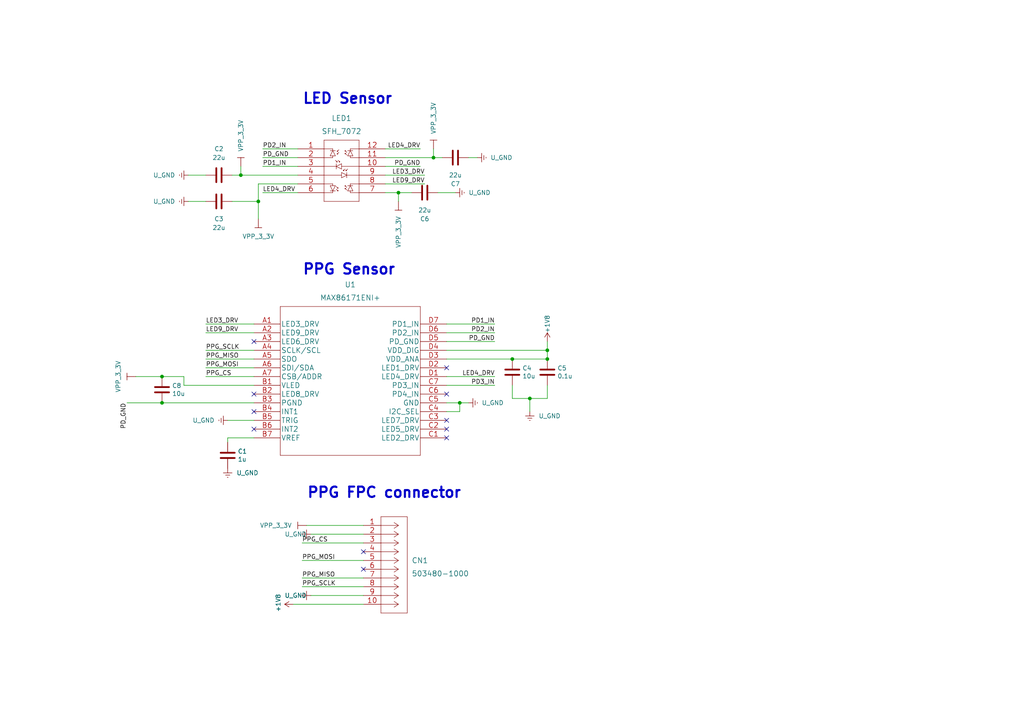
<source format=kicad_sch>
(kicad_sch (version 20211123) (generator eeschema)
  (paper "A4")
  (lib_symbols
    (symbol "Device:C" (pin_numbers hide) (pin_names (offset 0.254))
      (property "Reference" "C" (at 0.635 2.54 0))
      (property "Value" "C" (at 0.635 -2.54 0))
      (symbol "C_0_1"
        (polyline (pts (xy -2.032 -0.762) (xy 2.032 -0.762)) (stroke (width 0.508)))
        (polyline (pts (xy -2.032 0.762) (xy 2.032 0.762)) (stroke (width 0.508)))
      )
      (symbol "C_1_1"
        (pin passive line (at 0 3.81 270) (length 2.794) (name "~") (number "1"))
        (pin passive line (at 0 -3.81 90) (length 2.794) (name "~") (number "2"))
      )
    )
    (symbol "User_library:503480-1000" (pin_names (offset 0.254) hide)
      (property "Reference" "CN" (at 7.62 5.08 0))
      (property "Value" "503480-1000" (at 8.89 -27.94 0))
      (symbol "503480-1000_1_1"
        (polyline (pts (xy 5.08 -25.4) (xy 12.7 -25.4)) (stroke (width 0.127)))
        (polyline (pts (xy 5.08 2.54) (xy 5.08 -25.4)) (stroke (width 0.127)))
        (polyline (pts (xy 10.16 -22.86) (xy 5.08 -22.86)) (stroke (width 0.127)))
        (polyline (pts (xy 10.16 -22.86) (xy 8.89 -23.6982)) (stroke (width 0.127)))
        (polyline (pts (xy 10.16 -22.86) (xy 8.89 -22.0218)) (stroke (width 0.127)))
        (polyline (pts (xy 10.16 -20.32) (xy 5.08 -20.32)) (stroke (width 0.127)))
        (polyline (pts (xy 10.16 -20.32) (xy 8.89 -21.1582)) (stroke (width 0.127)))
        (polyline (pts (xy 10.16 -20.32) (xy 8.89 -19.4818)) (stroke (width 0.127)))
        (polyline (pts (xy 10.16 -17.78) (xy 5.08 -17.78)) (stroke (width 0.127)))
        (polyline (pts (xy 10.16 -17.78) (xy 8.89 -18.6182)) (stroke (width 0.127)))
        (polyline (pts (xy 10.16 -17.78) (xy 8.89 -16.9418)) (stroke (width 0.127)))
        (polyline (pts (xy 10.16 -15.24) (xy 5.08 -15.24)) (stroke (width 0.127)))
        (polyline (pts (xy 10.16 -15.24) (xy 8.89 -16.0782)) (stroke (width 0.127)))
        (polyline (pts (xy 10.16 -15.24) (xy 8.89 -14.4018)) (stroke (width 0.127)))
        (polyline (pts (xy 10.16 -12.7) (xy 5.08 -12.7)) (stroke (width 0.127)))
        (polyline (pts (xy 10.16 -12.7) (xy 8.89 -13.5382)) (stroke (width 0.127)))
        (polyline (pts (xy 10.16 -12.7) (xy 8.89 -11.8618)) (stroke (width 0.127)))
        (polyline (pts (xy 10.16 -10.16) (xy 5.08 -10.16)) (stroke (width 0.127)))
        (polyline (pts (xy 10.16 -10.16) (xy 8.89 -10.9982)) (stroke (width 0.127)))
        (polyline (pts (xy 10.16 -10.16) (xy 8.89 -9.3218)) (stroke (width 0.127)))
        (polyline (pts (xy 10.16 -7.62) (xy 5.08 -7.62)) (stroke (width 0.127)))
        (polyline (pts (xy 10.16 -7.62) (xy 8.89 -8.4582)) (stroke (width 0.127)))
        (polyline (pts (xy 10.16 -7.62) (xy 8.89 -6.7818)) (stroke (width 0.127)))
        (polyline (pts (xy 10.16 -5.08) (xy 5.08 -5.08)) (stroke (width 0.127)))
        (polyline (pts (xy 10.16 -5.08) (xy 8.89 -5.9182)) (stroke (width 0.127)))
        (polyline (pts (xy 10.16 -5.08) (xy 8.89 -4.2418)) (stroke (width 0.127)))
        (polyline (pts (xy 10.16 -2.54) (xy 5.08 -2.54)) (stroke (width 0.127)))
        (polyline (pts (xy 10.16 -2.54) (xy 8.89 -3.3782)) (stroke (width 0.127)))
        (polyline (pts (xy 10.16 -2.54) (xy 8.89 -1.7018)) (stroke (width 0.127)))
        (polyline (pts (xy 10.16 0) (xy 5.08 0)) (stroke (width 0.127)))
        (polyline (pts (xy 10.16 0) (xy 8.89 -0.8382)) (stroke (width 0.127)))
        (polyline (pts (xy 10.16 0) (xy 8.89 0.8382)) (stroke (width 0.127)))
        (polyline (pts (xy 12.7 -25.4) (xy 12.7 2.54)) (stroke (width 0.127)))
        (polyline (pts (xy 12.7 2.54) (xy 5.08 2.54)) (stroke (width 0.127)))
        (pin bidirectional line (at 0 0 0) (length 5.08) (name "1") (number "1"))
        (pin bidirectional line (at 0 -22.86 0) (length 5.08) (name "10") (number "10"))
        (pin bidirectional line (at 0 -2.54 0) (length 5.08) (name "2") (number "2"))
        (pin bidirectional line (at 0 -5.08 0) (length 5.08) (name "3") (number "3"))
        (pin bidirectional line (at 0 -7.62 0) (length 5.08) (name "4") (number "4"))
        (pin bidirectional line (at 0 -10.16 0) (length 5.08) (name "5") (number "5"))
        (pin bidirectional line (at 0 -12.7 0) (length 5.08) (name "6") (number "6"))
        (pin bidirectional line (at 0 -15.24 0) (length 5.08) (name "7") (number "7"))
        (pin bidirectional line (at 0 -17.78 0) (length 5.08) (name "8") (number "8"))
        (pin bidirectional line (at 0 -20.32 0) (length 5.08) (name "9") (number "9"))
      )
    )
    (symbol "User_library:MAX86171ENI+" (pin_names (offset 0.254))
      (property "Reference" "U" (at 27.94 10.16 0))
      (property "Value" "MAX86171ENI+" (at 27.94 7.62 0))
      (symbol "MAX86171ENI+_1_1"
        (polyline (pts (xy 7.62 -38.1) (xy 48.26 -38.1)) (stroke (width 0.127)))
        (polyline (pts (xy 7.62 5.08) (xy 7.62 -38.1)) (stroke (width 0.127)))
        (polyline (pts (xy 48.26 -38.1) (xy 48.26 5.08)) (stroke (width 0.127)))
        (polyline (pts (xy 48.26 5.08) (xy 7.62 5.08)) (stroke (width 0.127)))
        (pin output line (at 0 0 0) (length 7.62) (name "LED3_DRV") (number "A1"))
        (pin output line (at 0 -2.54 0) (length 7.62) (name "LED9_DRV") (number "A2"))
        (pin output line (at 0 -5.08 0) (length 7.62) (name "LED6_DRV") (number "A3"))
        (pin unspecified line (at 0 -7.62 0) (length 7.62) (name "SCLK/SCL") (number "A4"))
        (pin output line (at 0 -10.16 0) (length 7.62) (name "SDO") (number "A5"))
        (pin input line (at 0 -12.7 0) (length 7.62) (name "SDI/SDA") (number "A6"))
        (pin input line (at 0 -15.24 0) (length 7.62) (name "CSB/ADDR") (number "A7"))
        (pin input line (at 0 -17.78 0) (length 7.62) (name "VLED") (number "B1"))
        (pin output line (at 0 -20.32 0) (length 7.62) (name "LED8_DRV") (number "B2"))
        (pin power_in line (at 0 -22.86 0) (length 7.62) (name "PGND") (number "B3"))
        (pin output line (at 0 -25.4 0) (length 7.62) (name "INT1") (number "B4"))
        (pin input line (at 0 -27.94 0) (length 7.62) (name "TRIG") (number "B5"))
        (pin output line (at 0 -30.48 0) (length 7.62) (name "INT2") (number "B6"))
        (pin unspecified line (at 0 -33.02 0) (length 7.62) (name "VREF") (number "B7"))
        (pin output line (at 55.88 -33.02 180) (length 7.62) (name "LED2_DRV") (number "C1"))
        (pin output line (at 55.88 -30.48 180) (length 7.62) (name "LED5_DRV") (number "C2"))
        (pin output line (at 55.88 -27.94 180) (length 7.62) (name "LED7_DRV") (number "C3"))
        (pin input line (at 55.88 -25.4 180) (length 7.62) (name "I2C_SEL") (number "C4"))
        (pin power_in line (at 55.88 -22.86 180) (length 7.62) (name "GND") (number "C5"))
        (pin input line (at 55.88 -20.32 180) (length 7.62) (name "PD4_IN") (number "C6"))
        (pin input line (at 55.88 -17.78 180) (length 7.62) (name "PD3_IN") (number "C7"))
        (pin output line (at 55.88 -15.24 180) (length 7.62) (name "LED4_DRV") (number "D1"))
        (pin output line (at 55.88 -12.7 180) (length 7.62) (name "LED1_DRV") (number "D2"))
        (pin power_in line (at 55.88 -10.16 180) (length 7.62) (name "VDD_ANA") (number "D3"))
        (pin power_in line (at 55.88 -7.62 180) (length 7.62) (name "VDD_DIG") (number "D4"))
        (pin unspecified line (at 55.88 -5.08 180) (length 7.62) (name "PD_GND") (number "D5"))
        (pin input line (at 55.88 -2.54 180) (length 7.62) (name "PD2_IN") (number "D6"))
        (pin input line (at 55.88 0 180) (length 7.62) (name "PD1_IN") (number "D7"))
      )
    )
    (symbol "User_library:SFH_7072" (pin_names (offset 0.254) hide)
      (property "Reference" "LED" (at 12.7 7.62 0))
      (property "Value" "SFH_7072" (at 12.7 5.08 0))
      (symbol "SFH_7072_1_1"
        (polyline (pts (xy 7.62 -15.24) (xy 17.78 -15.24)) (stroke (width 0.127)))
        (polyline (pts (xy 7.62 -10.16) (xy 10.16 -10.16)) (stroke (width 0.127)))
        (polyline (pts (xy 7.62 -2.54) (xy 10.16 -2.54)) (stroke (width 0.127)))
        (polyline (pts (xy 7.62 2.54) (xy 7.62 -15.24)) (stroke (width 0.127)))
        (polyline (pts (xy 9.398 -12.192) (xy 10.922 -12.192)) (stroke (width 0.127)))
        (polyline (pts (xy 9.398 -10.668) (xy 10.922 -10.668)) (stroke (width 0.127)))
        (polyline (pts (xy 9.398 -2.032) (xy 10.922 -2.032)) (stroke (width 0.127)))
        (polyline (pts (xy 9.398 -0.508) (xy 10.922 -0.508)) (stroke (width 0.127)))
        (polyline (pts (xy 10.16 -12.7) (xy 7.62 -12.7)) (stroke (width 0.127)))
        (polyline (pts (xy 10.16 -12.192) (xy 9.398 -10.668)) (stroke (width 0.127)))
        (polyline (pts (xy 10.16 -12.192) (xy 10.16 -12.7)) (stroke (width 0.127)))
        (polyline (pts (xy 10.16 -10.668) (xy 10.16 -10.16)) (stroke (width 0.127)))
        (polyline (pts (xy 10.16 -2.032) (xy 10.16 -2.54)) (stroke (width 0.127)))
        (polyline (pts (xy 10.16 -0.508) (xy 9.398 -2.032)) (stroke (width 0.127)))
        (polyline (pts (xy 10.16 -0.508) (xy 10.16 0)) (stroke (width 0.127)))
        (polyline (pts (xy 10.16 0) (xy 7.62 0)) (stroke (width 0.127)))
        (polyline (pts (xy 10.922 -10.668) (xy 10.16 -12.192)) (stroke (width 0.127)))
        (polyline (pts (xy 10.922 -3.302) (xy 11.43 -3.81)) (stroke (width 0.127)))
        (polyline (pts (xy 10.922 -2.032) (xy 10.16 -0.508)) (stroke (width 0.127)))
        (polyline (pts (xy 11.176 -10.922) (xy 11.684 -11.43)) (stroke (width 0.127)))
        (polyline (pts (xy 11.176 -5.842) (xy 11.176 -4.318)) (stroke (width 0.127)))
        (polyline (pts (xy 11.176 -5.08) (xy 7.62 -5.08)) (stroke (width 0.127)))
        (polyline (pts (xy 11.176 -5.08) (xy 12.7 -5.842)) (stroke (width 0.127)))
        (polyline (pts (xy 11.43 -3.81) (xy 11.176 -3.81)) (stroke (width 0.127)))
        (polyline (pts (xy 11.43 -3.81) (xy 11.43 -3.556)) (stroke (width 0.127)))
        (polyline (pts (xy 11.43 -1.524) (xy 11.684 -1.524)) (stroke (width 0.127)))
        (polyline (pts (xy 11.43 -1.524) (xy 11.938 -1.016)) (stroke (width 0.127)))
        (polyline (pts (xy 11.43 -1.27) (xy 11.43 -1.524)) (stroke (width 0.127)))
        (polyline (pts (xy 11.43 -0.762) (xy 11.43 -0.508)) (stroke (width 0.127)))
        (polyline (pts (xy 11.43 -0.762) (xy 11.684 -0.762)) (stroke (width 0.127)))
        (polyline (pts (xy 11.684 -12.192) (xy 11.176 -11.684)) (stroke (width 0.127)))
        (polyline (pts (xy 11.684 -12.192) (xy 11.43 -12.192)) (stroke (width 0.127)))
        (polyline (pts (xy 11.684 -11.938) (xy 11.684 -12.192)) (stroke (width 0.127)))
        (polyline (pts (xy 11.684 -11.43) (xy 11.43 -11.43)) (stroke (width 0.127)))
        (polyline (pts (xy 11.684 -11.43) (xy 11.684 -11.176)) (stroke (width 0.127)))
        (polyline (pts (xy 11.938 -3.81) (xy 12.192 -3.81)) (stroke (width 0.127)))
        (polyline (pts (xy 11.938 -0.254) (xy 11.43 -0.762)) (stroke (width 0.127)))
        (polyline (pts (xy 12.192 -3.81) (xy 11.684 -3.302)) (stroke (width 0.127)))
        (polyline (pts (xy 12.192 -3.81) (xy 12.192 -3.556)) (stroke (width 0.127)))
        (polyline (pts (xy 12.7 -8.382) (xy 12.7 -6.858)) (stroke (width 0.127)))
        (polyline (pts (xy 12.7 -7.62) (xy 7.62 -7.62)) (stroke (width 0.127)))
        (polyline (pts (xy 12.7 -6.858) (xy 14.224 -7.62)) (stroke (width 0.127)))
        (polyline (pts (xy 12.7 -5.842) (xy 12.7 -4.318)) (stroke (width 0.127)))
        (polyline (pts (xy 12.7 -5.08) (xy 17.78 -5.08)) (stroke (width 0.127)))
        (polyline (pts (xy 12.7 -4.318) (xy 11.176 -5.08)) (stroke (width 0.127)))
        (polyline (pts (xy 13.208 -6.35) (xy 13.208 -6.096)) (stroke (width 0.127)))
        (polyline (pts (xy 13.208 -6.35) (xy 13.716 -5.842)) (stroke (width 0.127)))
        (polyline (pts (xy 13.462 -6.35) (xy 13.208 -6.35)) (stroke (width 0.127)))
        (polyline (pts (xy 13.716 -11.43) (xy 13.716 -11.684)) (stroke (width 0.127)))
        (polyline (pts (xy 13.716 -11.43) (xy 13.97 -11.43)) (stroke (width 0.127)))
        (polyline (pts (xy 13.716 -10.922) (xy 13.716 -10.668)) (stroke (width 0.127)))
        (polyline (pts (xy 13.716 -10.668) (xy 13.97 -10.668)) (stroke (width 0.127)))
        (polyline (pts (xy 13.716 -10.668) (xy 14.224 -11.176)) (stroke (width 0.127)))
        (polyline (pts (xy 13.716 -1.27) (xy 13.716 -1.524)) (stroke (width 0.127)))
        (polyline (pts (xy 13.716 -1.27) (xy 13.97 -1.27)) (stroke (width 0.127)))
        (polyline (pts (xy 13.716 -0.762) (xy 13.716 -0.508)) (stroke (width 0.127)))
        (polyline (pts (xy 13.716 -0.508) (xy 13.97 -0.508)) (stroke (width 0.127)))
        (polyline (pts (xy 13.716 -0.508) (xy 14.224 -1.016)) (stroke (width 0.127)))
        (polyline (pts (xy 13.97 -6.35) (xy 13.97 -6.096)) (stroke (width 0.127)))
        (polyline (pts (xy 13.97 -6.35) (xy 14.224 -6.35)) (stroke (width 0.127)))
        (polyline (pts (xy 14.224 -11.938) (xy 13.716 -11.43)) (stroke (width 0.127)))
        (polyline (pts (xy 14.224 -8.382) (xy 14.224 -6.858)) (stroke (width 0.127)))
        (polyline (pts (xy 14.224 -7.62) (xy 12.7 -8.382)) (stroke (width 0.127)))
        (polyline (pts (xy 14.224 -7.62) (xy 17.78 -7.62)) (stroke (width 0.127)))
        (polyline (pts (xy 14.224 -1.778) (xy 13.716 -1.27)) (stroke (width 0.127)))
        (polyline (pts (xy 14.478 -12.192) (xy 15.24 -10.668)) (stroke (width 0.127)))
        (polyline (pts (xy 14.478 -5.842) (xy 13.97 -6.35)) (stroke (width 0.127)))
        (polyline (pts (xy 14.478 -2.032) (xy 15.24 -0.508)) (stroke (width 0.127)))
        (polyline (pts (xy 15.24 -12.192) (xy 15.24 -12.7)) (stroke (width 0.127)))
        (polyline (pts (xy 15.24 -10.668) (xy 15.24 -10.16)) (stroke (width 0.127)))
        (polyline (pts (xy 15.24 -10.668) (xy 16.002 -12.192)) (stroke (width 0.127)))
        (polyline (pts (xy 15.24 -10.16) (xy 17.78 -10.16)) (stroke (width 0.127)))
        (polyline (pts (xy 15.24 -2.032) (xy 15.24 -2.54)) (stroke (width 0.127)))
        (polyline (pts (xy 15.24 -0.508) (xy 15.24 0)) (stroke (width 0.127)))
        (polyline (pts (xy 15.24 -0.508) (xy 16.002 -2.032)) (stroke (width 0.127)))
        (polyline (pts (xy 15.24 0) (xy 17.78 0)) (stroke (width 0.127)))
        (polyline (pts (xy 16.002 -12.192) (xy 14.478 -12.192)) (stroke (width 0.127)))
        (polyline (pts (xy 16.002 -10.668) (xy 14.478 -10.668)) (stroke (width 0.127)))
        (polyline (pts (xy 16.002 -2.032) (xy 14.478 -2.032)) (stroke (width 0.127)))
        (polyline (pts (xy 16.002 -0.508) (xy 14.478 -0.508)) (stroke (width 0.127)))
        (polyline (pts (xy 17.78 -15.24) (xy 17.78 2.54)) (stroke (width 0.127)))
        (polyline (pts (xy 17.78 -12.7) (xy 15.24 -12.7)) (stroke (width 0.127)))
        (polyline (pts (xy 17.78 -2.54) (xy 15.24 -2.54)) (stroke (width 0.127)))
        (polyline (pts (xy 17.78 2.54) (xy 7.62 2.54)) (stroke (width 0.127)))
        (pin unspecified line (at 0 0 0) (length 7.62) (name "1") (number "1"))
        (pin unspecified line (at 25.4 -5.08 180) (length 7.62) (name "10") (number "10"))
        (pin unspecified line (at 25.4 -2.54 180) (length 7.62) (name "11") (number "11"))
        (pin unspecified line (at 25.4 0 180) (length 7.62) (name "12") (number "12"))
        (pin unspecified line (at 0 -2.54 0) (length 7.62) (name "2") (number "2"))
        (pin unspecified line (at 0 -5.08 0) (length 7.62) (name "3") (number "3"))
        (pin unspecified line (at 0 -7.62 0) (length 7.62) (name "4") (number "4"))
        (pin unspecified line (at 0 -10.16 0) (length 7.62) (name "5") (number "5"))
        (pin unspecified line (at 0 -12.7 0) (length 7.62) (name "6") (number "6"))
        (pin unspecified line (at 25.4 -12.7 180) (length 7.62) (name "7") (number "7"))
        (pin unspecified line (at 25.4 -10.16 180) (length 7.62) (name "8") (number "8"))
        (pin unspecified line (at 25.4 -7.62 180) (length 7.62) (name "9") (number "9"))
      )
    )
    (symbol "User_power:GND" (power) (pin_names (offset 0))
      (property "Value" "GND" (at 0 -3.81 0))
      (symbol "GND_0_1"
        (polyline (pts (xy -0.635 -1.905) (xy 0.635 -1.905)))
        (polyline (pts (xy -0.127 -2.54) (xy 0.127 -2.54)))
        (polyline (pts (xy 0 -1.27) (xy 0 0)))
        (polyline (pts (xy 1.27 -1.27) (xy -1.27 -1.27)))
      )
      (symbol "GND_1_1"
        (pin power_in line (at 0 0 270) (length 0) hide (name "U_GND") (number "1"))
      )
    )
    (symbol "User_power:VPP_3.3V" (power) (pin_names (offset 0))
      (property "Value" "User_power_VPP_3.3V" (at 0 3.81 0))
      (symbol "VPP_3.3V_0_1"
        (polyline (pts (xy -1.016 2.54) (xy 0 2.54)))
        (polyline (pts (xy 0 0) (xy 0 2.54)))
        (polyline (pts (xy 0 2.54) (xy 1.016 2.54)))
      )
      (symbol "VPP_3.3V_1_1"
        (pin power_in line (at 0 0 90) (length 0) hide (name "VPP_3_3V") (number "1"))
      )
    )
    (symbol "power:+1V8" (power) (pin_names (offset 0))
      (property "Value" "+1V8" (at 0 3.556 0))
      (symbol "+1V8_0_1"
        (polyline (pts (xy -0.762 1.27) (xy 0 2.54)))
        (polyline (pts (xy 0 0) (xy 0 2.54)))
        (polyline (pts (xy 0 2.54) (xy 0.762 1.27)))
      )
      (symbol "+1V8_1_1"
        (pin power_in line (at 0 0 90) (length 0) hide (name "+1V8") (number "1"))
      )
    )
  )
  (junction (at 74.93 58.42))
  (junction (at 153.67 115.57))
  (junction (at 69.85 50.8))
  (junction (at 133.35 116.84))
  (junction (at 158.75 101.6))
  (junction (at 46.99 109.22))
  (junction (at 148.59 104.14))
  (junction (at 158.75 104.14))
  (junction (at 46.99 116.84))
  (junction (at 115.57 55.88))
  (junction (at 125.73 45.72))
  (no_connect (at 73.66 119.38))
  (no_connect (at 129.54 127))
  (no_connect (at 105.41 165.1))
  (no_connect (at 73.66 99.06))
  (no_connect (at 129.54 106.68))
  (no_connect (at 129.54 114.3))
  (no_connect (at 105.41 160.02))
  (no_connect (at 73.66 124.46))
  (no_connect (at 73.66 114.3))
  (no_connect (at 129.54 124.46))
  (no_connect (at 129.54 121.92))
  (wire (pts (xy 59.69 93.98) (xy 73.66 93.98)))
  (wire (pts (xy 123.19 50.8) (xy 111.76 50.8)))
  (wire (pts (xy 125.73 45.72) (xy 128.27 45.72)))
  (wire (pts (xy 153.67 115.57) (xy 158.75 115.57)))
  (wire (pts (xy 73.66 116.84) (xy 46.99 116.84)))
  (wire (pts (xy 148.59 115.57) (xy 153.67 115.57)))
  (wire (pts (xy 90.17 154.94) (xy 105.41 154.94)))
  (wire (pts (xy 67.31 50.8) (xy 69.85 50.8)))
  (wire (pts (xy 53.34 111.76) (xy 73.66 111.76)))
  (wire (pts (xy 135.89 45.72) (xy 138.43 45.72)))
  (wire (pts (xy 87.63 170.18) (xy 105.41 170.18)))
  (wire (pts (xy 59.69 104.14) (xy 73.66 104.14)))
  (wire (pts (xy 148.59 104.14) (xy 158.75 104.14)))
  (wire (pts (xy 88.9 152.4) (xy 105.41 152.4)))
  (wire (pts (xy 115.57 55.88) (xy 119.38 55.88)))
  (wire (pts (xy 74.93 53.34) (xy 74.93 58.42)))
  (wire (pts (xy 73.66 127) (xy 66.04 127)))
  (wire (pts (xy 133.35 116.84) (xy 135.89 116.84)))
  (wire (pts (xy 87.63 167.64) (xy 105.41 167.64)))
  (wire (pts (xy 66.04 127) (xy 66.04 128.27)))
  (wire (pts (xy 129.54 111.76) (xy 143.51 111.76)))
  (wire (pts (xy 59.69 101.6) (xy 73.66 101.6)))
  (wire (pts (xy 158.75 99.06) (xy 158.75 101.6)))
  (wire (pts (xy 111.76 55.88) (xy 115.57 55.88)))
  (wire (pts (xy 76.2 45.72) (xy 86.36 45.72)))
  (wire (pts (xy 76.2 48.26) (xy 86.36 48.26)))
  (wire (pts (xy 66.04 121.92) (xy 73.66 121.92)))
  (wire (pts (xy 129.54 104.14) (xy 148.59 104.14)))
  (wire (pts (xy 123.19 53.34) (xy 111.76 53.34)))
  (wire (pts (xy 46.99 116.84) (xy 36.83 116.84)))
  (wire (pts (xy 67.31 58.42) (xy 74.93 58.42)))
  (wire (pts (xy 74.93 58.42) (xy 74.93 63.5)))
  (wire (pts (xy 129.54 101.6) (xy 158.75 101.6)))
  (wire (pts (xy 53.34 111.76) (xy 53.34 109.22)))
  (wire (pts (xy 129.54 116.84) (xy 133.35 116.84)))
  (wire (pts (xy 59.69 106.68) (xy 73.66 106.68)))
  (wire (pts (xy 115.57 58.42) (xy 115.57 55.88)))
  (wire (pts (xy 69.85 50.8) (xy 86.36 50.8)))
  (wire (pts (xy 158.75 101.6) (xy 158.75 104.14)))
  (wire (pts (xy 59.69 50.8) (xy 54.61 50.8)))
  (wire (pts (xy 59.69 96.52) (xy 73.66 96.52)))
  (wire (pts (xy 59.69 109.22) (xy 73.66 109.22)))
  (wire (pts (xy 121.92 43.18) (xy 111.76 43.18)))
  (wire (pts (xy 129.54 93.98) (xy 143.51 93.98)))
  (wire (pts (xy 69.85 48.26) (xy 69.85 50.8)))
  (wire (pts (xy 90.17 172.72) (xy 105.41 172.72)))
  (wire (pts (xy 158.75 111.76) (xy 158.75 115.57)))
  (wire (pts (xy 74.93 53.34) (xy 86.36 53.34)))
  (wire (pts (xy 111.76 45.72) (xy 125.73 45.72)))
  (wire (pts (xy 85.09 175.26) (xy 105.41 175.26)))
  (wire (pts (xy 129.54 96.52) (xy 143.51 96.52)))
  (wire (pts (xy 87.63 157.48) (xy 105.41 157.48)))
  (wire (pts (xy 129.54 109.22) (xy 143.51 109.22)))
  (wire (pts (xy 148.59 111.76) (xy 148.59 115.57)))
  (wire (pts (xy 129.54 99.06) (xy 143.51 99.06)))
  (wire (pts (xy 127 55.88) (xy 132.08 55.88)))
  (wire (pts (xy 125.73 43.18) (xy 125.73 45.72)))
  (wire (pts (xy 59.69 58.42) (xy 54.61 58.42)))
  (wire (pts (xy 153.67 115.57) (xy 153.67 119.38)))
  (wire (pts (xy 87.63 162.56) (xy 105.41 162.56)))
  (wire (pts (xy 133.35 119.38) (xy 133.35 116.84)))
  (wire (pts (xy 129.54 119.38) (xy 133.35 119.38)))
  (wire (pts (xy 121.92 48.26) (xy 111.76 48.26)))
  (wire (pts (xy 76.2 43.18) (xy 86.36 43.18)))
  (wire (pts (xy 39.37 109.22) (xy 46.99 109.22)))
  (wire (pts (xy 46.99 109.22) (xy 53.34 109.22)))
  (wire (pts (xy 76.2 55.88) (xy 86.36 55.88)))
  (text "PPG Sensor" (at 87.63 80.01 0) (effects (font (size 3 3) (thickness 0.6) bold) (justify left bottom)))
  (text "PPG FPC connector" (at 88.9 144.78 0) (effects (font (size 3 3) (thickness 0.6) bold) (justify left bottom)))
  (text "LED Sensor" (at 87.63 30.48 0) (effects (font (size 3 3) (thickness 0.6) bold) (justify left bottom)))
  (label "PD_GND" (at 143.51 99.06 180))
  (label "PD_GND" (at 121.92 48.26 180))
  (label "PPG_MOSI" (at 59.69 106.68 0))
  (label "PD3_IN" (at 143.51 111.76 180))
  (label "PPG_CS" (at 59.69 109.22 0))
  (label "PPG_MISO" (at 59.69 104.14 0))
  (label "PD2_IN" (at 143.51 96.52 180))
  (label "LED9_DRV" (at 123.19 53.34 180))
  (label "PD2_IN" (at 76.2 43.18 0))
  (label "LED4_DRV" (at 76.2 55.88 0))
  (label "PD1_IN" (at 76.2 48.26 0))
  (label "LED3_DRV" (at 123.19 50.8 180))
  (label "PPG_MOSI" (at 87.63 162.56 0))
  (label "LED3_DRV" (at 59.69 93.98 0))
  (label "PD1_IN" (at 143.51 93.98 180))
  (label "LED4_DRV" (at 143.51 109.22 180))
  (label "LED4_DRV" (at 121.92 43.18 180))
  (label "PPG_SCLK" (at 87.63 170.18 0))
  (label "LED9_DRV" (at 59.69 96.52 0))
  (label "PD_GND" (at 76.2 45.72 0))
  (label "PPG_CS" (at 87.63 157.48 0))
  (label "PPG_MISO" (at 87.63 167.64 0))
  (label "PPG_SCLK" (at 59.69 101.6 0))
  (label "PD_GND" (at 36.83 116.84 270))
  (symbol (lib_id "User_library:SFH_7072") (at 86.36 43.18 0) (unit 1)
    (property "Reference" "LED1" (at 99.06 34.29 0) (effects (font (size 1.524 1.524))))
    (property "Value" "SFH_7072" (at 99.06 38.1 0) (effects (font (size 1.524 1.524))))
    (property "Footprint" "User_library:SFH 7072" (effects hide))
  )
  (symbol (lib_id "User_power:GND") (at 132.08 55.88 90) (unit 1)
    (property "Reference" "#PWR014" (effects hide))
    (property "Value" "GND" (at 135.89 55.8799 90) (effects (justify right)))
  )
  (symbol (lib_id "User_power:VPP_3.3V") (at 74.93 63.5 180) (unit 1)
    (property "Reference" "#PWR0105" (effects hide))
    (property "Value" "VPP_3.3V" (at 74.93 68.58 0))
  )
  (symbol (lib_id "User_library:MAX86171ENI+") (at 73.66 93.98 0) (unit 1)
    (property "Reference" "U1" (at 101.6 82.55 0) (effects (font (size 1.524 1.524))))
    (property "Value" "MAX86171ENI+" (at 101.6 86.36 0) (effects (font (size 1.524 1.524))))
    (property "Footprint" "User_library:MAX86171ENI&plus_" (effects hide))
  )
  (symbol (lib_id "Device:C") (at 132.08 45.72 90) (mirror x) (unit 1)
    (property "Reference" "C7" (at 132.08 53.34 90))
    (property "Value" "22u" (at 132.08 50.8 90))
    (property "Footprint" "User_library:UL_C_0402_1005Metric" (effects hide))
  )
  (symbol (lib_id "Device:C") (at 46.99 113.03 0) (unit 1)
    (property "Reference" "C8" (at 49.911 111.8616 0) (effects (justify left)))
    (property "Value" "10u" (at 49.911 114.173 0) (effects (justify left)))
    (property "Footprint" "User_library:UL_C_0402_1005Metric" (effects hide))
  )
  (symbol (lib_id "User_power:VPP_3.3V") (at 39.37 109.22 90) (mirror x) (unit 1)
    (property "Reference" "#PWR0106" (effects hide))
    (property "Value" "VPP_3.3V" (at 34.29 109.22 0))
  )
  (symbol (lib_id "User_power:VPP_3.3V") (at 125.73 43.18 0) (unit 1)
    (property "Reference" "#PWR0104" (effects hide))
    (property "Value" "VPP_3.3V" (at 125.73 34.29 90))
  )
  (symbol (lib_id "Device:C") (at 148.59 107.95 0) (unit 1)
    (property "Reference" "C4" (at 151.511 106.7816 0) (effects (justify left)))
    (property "Value" "10u" (at 151.511 109.093 0) (effects (justify left)))
    (property "Footprint" "User_library:UL_C_0402_1005Metric" (effects hide))
  )
  (symbol (lib_id "User_power:GND") (at 66.04 121.92 270) (unit 1)
    (property "Reference" "#PWR03" (effects hide))
    (property "Value" "GND" (at 62.23 121.92 90) (effects (justify right)))
  )
  (symbol (lib_id "power:+1V8") (at 85.09 175.26 90) (unit 1)
    (property "Reference" "#PWR0101" (effects hide))
    (property "Value" "+1V8" (at 80.6958 174.879 0))
  )
  (symbol (lib_id "User_power:GND") (at 153.67 119.38 0) (unit 1)
    (property "Reference" "#PWR010" (effects hide))
    (property "Value" "GND" (at 156.21 120.6499 0) (effects (justify left)))
  )
  (symbol (lib_id "User_power:VPP_3.3V") (at 69.85 48.26 0) (unit 1)
    (property "Reference" "#PWR0103" (effects hide))
    (property "Value" "VPP_3.3V" (at 69.85 39.37 90))
  )
  (symbol (lib_id "Device:C") (at 66.04 132.08 0) (unit 1)
    (property "Reference" "C1" (at 68.961 130.9116 0) (effects (justify left)))
    (property "Value" "1u" (at 68.961 133.223 0) (effects (justify left)))
    (property "Footprint" "User_library:UL_C_0402_1005Metric" (effects hide))
  )
  (symbol (lib_id "User_library:503480-1000") (at 105.41 152.4 0) (unit 1)
    (property "Reference" "CN1" (at 119.38 162.56 0) (effects (font (size 1.524 1.524)) (justify left)))
    (property "Value" "503480-1000" (at 119.38 166.37 0) (effects (font (size 1.524 1.524)) (justify left)))
    (property "Footprint" "User_library:503480-1000" (effects hide))
  )
  (symbol (lib_id "Device:C") (at 63.5 58.42 270) (mirror x) (unit 1)
    (property "Reference" "C3" (at 63.5 63.5 90))
    (property "Value" "22u" (at 63.5 66.04 90))
    (property "Footprint" "User_library:UL_C_0402_1005Metric" (effects hide))
  )
  (symbol (lib_id "power:+1V8") (at 158.75 99.06 0) (unit 1)
    (property "Reference" "#PWR011" (effects hide))
    (property "Value" "+1V8" (at 158.75 93.98 90))
  )
  (symbol (lib_id "User_power:GND") (at 90.17 154.94 270) (unit 1)
    (property "Reference" "#PWR017" (effects hide))
    (property "Value" "GND" (at 82.55 154.94 90) (effects (justify left)))
  )
  (symbol (lib_id "Device:C") (at 63.5 50.8 270) (mirror x) (unit 1)
    (property "Reference" "C2" (at 63.5 43.18 90))
    (property "Value" "22u" (at 63.5 45.72 90))
    (property "Footprint" "User_library:UL_C_0402_1005Metric" (effects hide))
  )
  (symbol (lib_id "User_power:GND") (at 54.61 50.8 270) (unit 1)
    (property "Reference" "#PWR05" (effects hide))
    (property "Value" "GND" (at 50.8 50.8001 90) (effects (justify right)))
  )
  (symbol (lib_id "User_power:GND") (at 66.04 135.89 0) (unit 1)
    (property "Reference" "#PWR04" (effects hide))
    (property "Value" "GND" (at 68.58 137.1599 0) (effects (justify left)))
  )
  (symbol (lib_id "Device:C") (at 123.19 55.88 90) (mirror x) (unit 1)
    (property "Reference" "C6" (at 123.19 63.5 90))
    (property "Value" "22u" (at 123.19 60.96 90))
    (property "Footprint" "User_library:UL_C_0402_1005Metric" (effects hide))
  )
  (symbol (lib_id "User_power:VPP_3.3V") (at 115.57 58.42 180) (unit 1)
    (property "Reference" "#PWR0102" (effects hide))
    (property "Value" "VPP_3.3V" (at 115.57 67.31 90))
  )
  (symbol (lib_id "Device:C") (at 158.75 107.95 0) (unit 1)
    (property "Reference" "C5" (at 161.671 106.7816 0) (effects (justify left)))
    (property "Value" "0.1u" (at 161.671 109.093 0) (effects (justify left)))
    (property "Footprint" "User_library:UL_C_0402_1005Metric" (effects hide))
  )
  (symbol (lib_id "User_power:GND") (at 54.61 58.42 270) (unit 1)
    (property "Reference" "#PWR06" (effects hide))
    (property "Value" "GND" (at 50.8 58.4201 90) (effects (justify right)))
  )
  (symbol (lib_id "User_power:GND") (at 135.89 116.84 90) (unit 1)
    (property "Reference" "#PWR08" (effects hide))
    (property "Value" "GND" (at 139.7 116.8399 90) (effects (justify right)))
  )
  (symbol (lib_id "User_power:GND") (at 90.17 172.72 270) (unit 1)
    (property "Reference" "#PWR018" (effects hide))
    (property "Value" "GND" (at 82.55 172.72 90) (effects (justify left)))
  )
  (symbol (lib_id "User_power:VPP_3.3V") (at 88.9 152.4 90) (unit 1)
    (property "Reference" "#PWR016" (effects hide))
    (property "Value" "VPP_3.3V" (at 80.01 152.4 90))
  )
  (symbol (lib_id "User_power:GND") (at 138.43 45.72 90) (unit 1)
    (property "Reference" "#PWR015" (effects hide))
    (property "Value" "GND" (at 142.24 45.7199 90) (effects (justify right)))
  )
)
</source>
